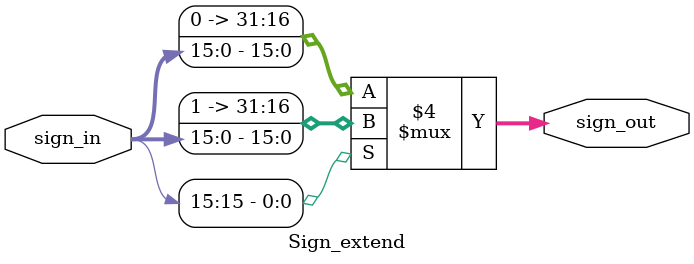
<source format=v>
module Sign_extend(
input [15:0]sign_in,
output reg[31:0]sign_out
);



always@*
begin
if(sign_in[15]==1)
sign_out={~16'b0,sign_in};
else
sign_out={16'b0,sign_in};
end



endmodule 

</source>
